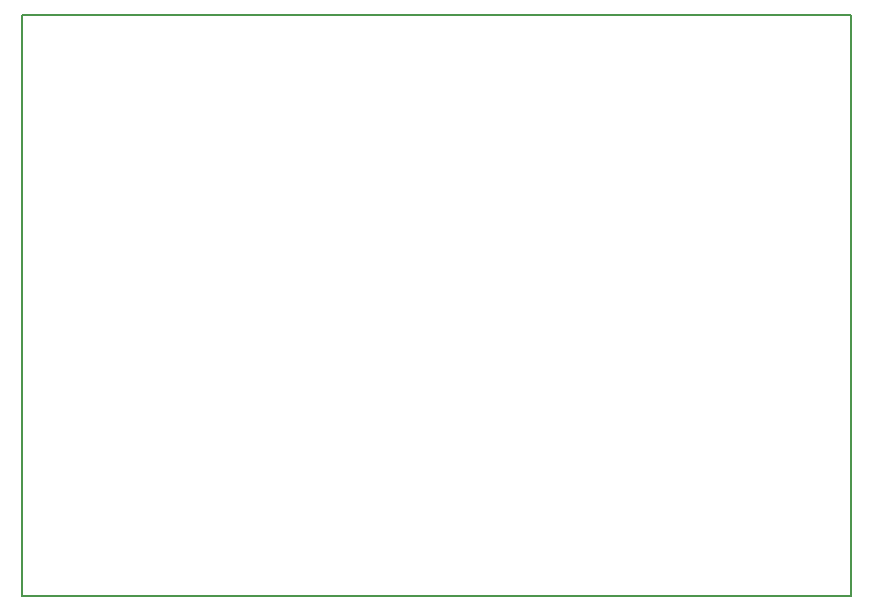
<source format=gko>
G04*
G04 #@! TF.GenerationSoftware,Altium Limited,Altium Designer,24.3.1 (35)*
G04*
G04 Layer_Color=16711935*
%FSLAX44Y44*%
%MOMM*%
G71*
G04*
G04 #@! TF.SameCoordinates,F933E494-0B61-492B-8715-CC6E50B89988*
G04*
G04*
G04 #@! TF.FilePolarity,Positive*
G04*
G01*
G75*
%ADD17C,0.1524*%
D17*
X-29210Y-29210D02*
Y462280D01*
X673100D01*
X-29210Y-29210D02*
X673100D01*
X673100Y462280D02*
X673100Y-29210D01*
M02*

</source>
